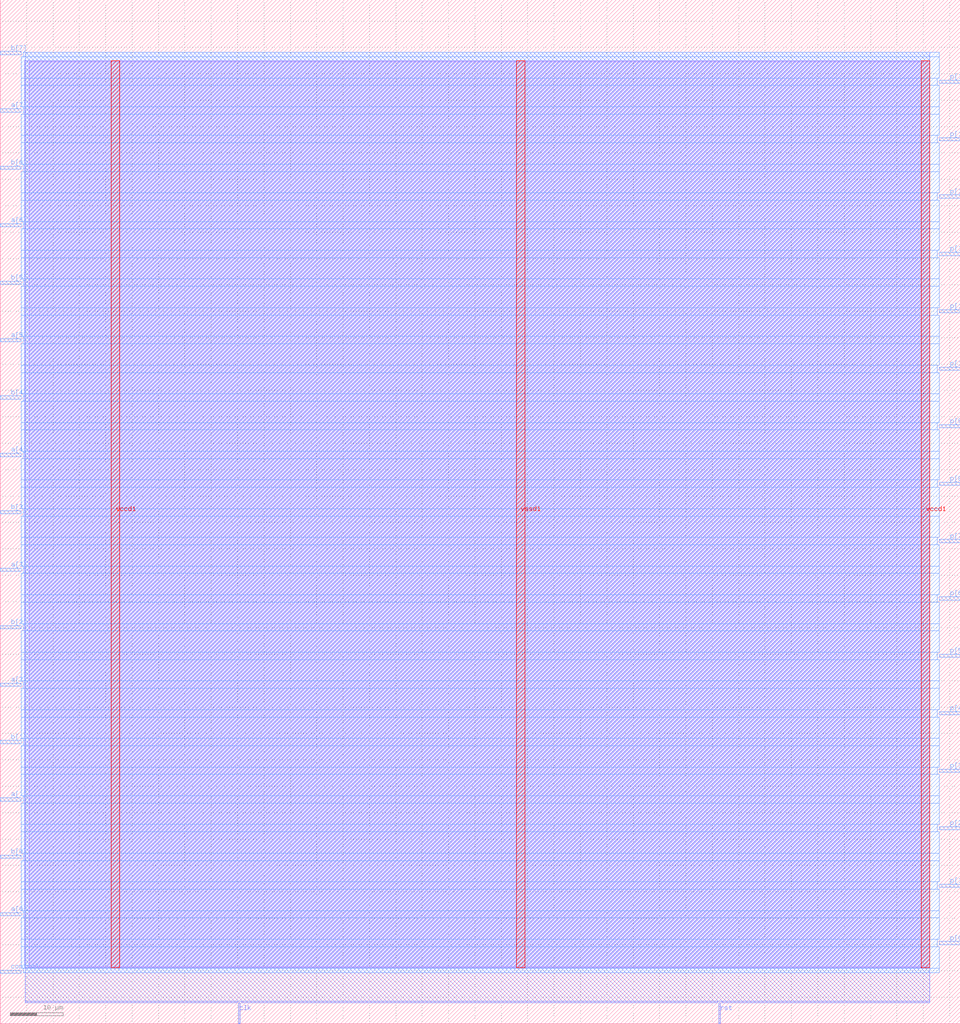
<source format=lef>
VERSION 5.7 ;
  NOWIREEXTENSIONATPIN ON ;
  DIVIDERCHAR "/" ;
  BUSBITCHARS "[]" ;
MACRO vmsu_8bit_top
  CLASS BLOCK ;
  FOREIGN vmsu_8bit_top ;
  ORIGIN 0.000 0.000 ;
  SIZE 182.000 BY 194.000 ;
  PIN a[0]
    DIRECTION INPUT ;
    USE SIGNAL ;
    ANTENNAGATEAREA 0.196500 ;
    PORT
      LAYER met3 ;
        RECT 0.000 20.440 4.000 21.040 ;
    END
  END a[0]
  PIN a[1]
    DIRECTION INPUT ;
    USE SIGNAL ;
    ANTENNAGATEAREA 0.196500 ;
    PORT
      LAYER met3 ;
        RECT 0.000 42.200 4.000 42.800 ;
    END
  END a[1]
  PIN a[2]
    DIRECTION INPUT ;
    USE SIGNAL ;
    ANTENNAGATEAREA 0.196500 ;
    PORT
      LAYER met3 ;
        RECT 0.000 63.960 4.000 64.560 ;
    END
  END a[2]
  PIN a[3]
    DIRECTION INPUT ;
    USE SIGNAL ;
    ANTENNAGATEAREA 0.196500 ;
    PORT
      LAYER met3 ;
        RECT 0.000 85.720 4.000 86.320 ;
    END
  END a[3]
  PIN a[4]
    DIRECTION INPUT ;
    USE SIGNAL ;
    ANTENNAGATEAREA 0.196500 ;
    PORT
      LAYER met3 ;
        RECT 0.000 107.480 4.000 108.080 ;
    END
  END a[4]
  PIN a[5]
    DIRECTION INPUT ;
    USE SIGNAL ;
    ANTENNAGATEAREA 0.196500 ;
    PORT
      LAYER met3 ;
        RECT 0.000 129.240 4.000 129.840 ;
    END
  END a[5]
  PIN a[6]
    DIRECTION INPUT ;
    USE SIGNAL ;
    ANTENNAGATEAREA 0.196500 ;
    PORT
      LAYER met3 ;
        RECT 0.000 151.000 4.000 151.600 ;
    END
  END a[6]
  PIN a[7]
    DIRECTION INPUT ;
    USE SIGNAL ;
    ANTENNAGATEAREA 0.196500 ;
    PORT
      LAYER met3 ;
        RECT 0.000 172.760 4.000 173.360 ;
    END
  END a[7]
  PIN b[0]
    DIRECTION INPUT ;
    USE SIGNAL ;
    ANTENNAGATEAREA 0.196500 ;
    PORT
      LAYER met3 ;
        RECT 0.000 31.320 4.000 31.920 ;
    END
  END b[0]
  PIN b[1]
    DIRECTION INPUT ;
    USE SIGNAL ;
    ANTENNAGATEAREA 0.196500 ;
    PORT
      LAYER met3 ;
        RECT 0.000 53.080 4.000 53.680 ;
    END
  END b[1]
  PIN b[2]
    DIRECTION INPUT ;
    USE SIGNAL ;
    ANTENNAGATEAREA 0.196500 ;
    PORT
      LAYER met3 ;
        RECT 0.000 74.840 4.000 75.440 ;
    END
  END b[2]
  PIN b[3]
    DIRECTION INPUT ;
    USE SIGNAL ;
    ANTENNAGATEAREA 0.196500 ;
    PORT
      LAYER met3 ;
        RECT 0.000 96.600 4.000 97.200 ;
    END
  END b[3]
  PIN b[4]
    DIRECTION INPUT ;
    USE SIGNAL ;
    ANTENNAGATEAREA 0.196500 ;
    PORT
      LAYER met3 ;
        RECT 0.000 118.360 4.000 118.960 ;
    END
  END b[4]
  PIN b[5]
    DIRECTION INPUT ;
    USE SIGNAL ;
    ANTENNAGATEAREA 0.196500 ;
    PORT
      LAYER met3 ;
        RECT 0.000 140.120 4.000 140.720 ;
    END
  END b[5]
  PIN b[6]
    DIRECTION INPUT ;
    USE SIGNAL ;
    ANTENNAGATEAREA 0.196500 ;
    PORT
      LAYER met3 ;
        RECT 0.000 161.880 4.000 162.480 ;
    END
  END b[6]
  PIN b[7]
    DIRECTION INPUT ;
    USE SIGNAL ;
    ANTENNAGATEAREA 0.196500 ;
    PORT
      LAYER met3 ;
        RECT 0.000 183.640 4.000 184.240 ;
    END
  END b[7]
  PIN clk
    DIRECTION INPUT ;
    USE SIGNAL ;
    ANTENNAGATEAREA 0.742500 ;
    PORT
      LAYER met2 ;
        RECT 45.170 0.000 45.450 4.000 ;
    END
  END clk
  PIN control
    DIRECTION INPUT ;
    USE SIGNAL ;
    ANTENNAGATEAREA 0.196500 ;
    PORT
      LAYER met3 ;
        RECT 0.000 9.560 4.000 10.160 ;
    END
  END control
  PIN p[0]
    DIRECTION OUTPUT TRISTATE ;
    USE SIGNAL ;
    ANTENNADIFFAREA 2.673000 ;
    PORT
      LAYER met3 ;
        RECT 178.000 15.000 182.000 15.600 ;
    END
  END p[0]
  PIN p[10]
    DIRECTION OUTPUT TRISTATE ;
    USE SIGNAL ;
    ANTENNADIFFAREA 2.673000 ;
    PORT
      LAYER met3 ;
        RECT 178.000 123.800 182.000 124.400 ;
    END
  END p[10]
  PIN p[11]
    DIRECTION OUTPUT TRISTATE ;
    USE SIGNAL ;
    ANTENNADIFFAREA 2.673000 ;
    PORT
      LAYER met3 ;
        RECT 178.000 134.680 182.000 135.280 ;
    END
  END p[11]
  PIN p[12]
    DIRECTION OUTPUT TRISTATE ;
    USE SIGNAL ;
    ANTENNADIFFAREA 2.673000 ;
    PORT
      LAYER met3 ;
        RECT 178.000 145.560 182.000 146.160 ;
    END
  END p[12]
  PIN p[13]
    DIRECTION OUTPUT TRISTATE ;
    USE SIGNAL ;
    ANTENNADIFFAREA 2.673000 ;
    PORT
      LAYER met3 ;
        RECT 178.000 156.440 182.000 157.040 ;
    END
  END p[13]
  PIN p[14]
    DIRECTION OUTPUT TRISTATE ;
    USE SIGNAL ;
    ANTENNADIFFAREA 2.673000 ;
    PORT
      LAYER met3 ;
        RECT 178.000 167.320 182.000 167.920 ;
    END
  END p[14]
  PIN p[15]
    DIRECTION OUTPUT TRISTATE ;
    USE SIGNAL ;
    ANTENNADIFFAREA 2.673000 ;
    PORT
      LAYER met3 ;
        RECT 178.000 178.200 182.000 178.800 ;
    END
  END p[15]
  PIN p[1]
    DIRECTION OUTPUT TRISTATE ;
    USE SIGNAL ;
    ANTENNADIFFAREA 2.673000 ;
    PORT
      LAYER met3 ;
        RECT 178.000 25.880 182.000 26.480 ;
    END
  END p[1]
  PIN p[2]
    DIRECTION OUTPUT TRISTATE ;
    USE SIGNAL ;
    ANTENNADIFFAREA 2.673000 ;
    PORT
      LAYER met3 ;
        RECT 178.000 36.760 182.000 37.360 ;
    END
  END p[2]
  PIN p[3]
    DIRECTION OUTPUT TRISTATE ;
    USE SIGNAL ;
    ANTENNADIFFAREA 2.673000 ;
    PORT
      LAYER met3 ;
        RECT 178.000 47.640 182.000 48.240 ;
    END
  END p[3]
  PIN p[4]
    DIRECTION OUTPUT TRISTATE ;
    USE SIGNAL ;
    ANTENNADIFFAREA 2.673000 ;
    PORT
      LAYER met3 ;
        RECT 178.000 58.520 182.000 59.120 ;
    END
  END p[4]
  PIN p[5]
    DIRECTION OUTPUT TRISTATE ;
    USE SIGNAL ;
    ANTENNADIFFAREA 2.673000 ;
    PORT
      LAYER met3 ;
        RECT 178.000 69.400 182.000 70.000 ;
    END
  END p[5]
  PIN p[6]
    DIRECTION OUTPUT TRISTATE ;
    USE SIGNAL ;
    ANTENNADIFFAREA 2.673000 ;
    PORT
      LAYER met3 ;
        RECT 178.000 80.280 182.000 80.880 ;
    END
  END p[6]
  PIN p[7]
    DIRECTION OUTPUT TRISTATE ;
    USE SIGNAL ;
    ANTENNADIFFAREA 2.673000 ;
    PORT
      LAYER met3 ;
        RECT 178.000 91.160 182.000 91.760 ;
    END
  END p[7]
  PIN p[8]
    DIRECTION OUTPUT TRISTATE ;
    USE SIGNAL ;
    ANTENNADIFFAREA 2.673000 ;
    PORT
      LAYER met3 ;
        RECT 178.000 102.040 182.000 102.640 ;
    END
  END p[8]
  PIN p[9]
    DIRECTION OUTPUT TRISTATE ;
    USE SIGNAL ;
    ANTENNADIFFAREA 2.673000 ;
    PORT
      LAYER met3 ;
        RECT 178.000 112.920 182.000 113.520 ;
    END
  END p[9]
  PIN rst
    DIRECTION INPUT ;
    USE SIGNAL ;
    ANTENNAGATEAREA 0.990000 ;
    PORT
      LAYER met2 ;
        RECT 136.250 0.000 136.530 4.000 ;
    END
  END rst
  PIN vccd1
    DIRECTION INOUT ;
    USE POWER ;
    PORT
      LAYER met4 ;
        RECT 21.040 10.640 22.640 182.480 ;
    END
    PORT
      LAYER met4 ;
        RECT 174.640 10.640 176.240 182.480 ;
    END
  END vccd1
  PIN vssd1
    DIRECTION INOUT ;
    USE GROUND ;
    PORT
      LAYER met4 ;
        RECT 97.840 10.640 99.440 182.480 ;
    END
  END vssd1
  OBS
      LAYER li1 ;
        RECT 5.520 10.795 176.180 182.325 ;
      LAYER met1 ;
        RECT 4.670 10.640 176.240 182.480 ;
      LAYER met2 ;
        RECT 4.690 4.280 176.210 184.125 ;
        RECT 4.690 4.000 44.890 4.280 ;
        RECT 45.730 4.000 135.970 4.280 ;
        RECT 136.810 4.000 176.210 4.280 ;
      LAYER met3 ;
        RECT 4.400 183.240 178.000 184.105 ;
        RECT 3.990 179.200 178.000 183.240 ;
        RECT 3.990 177.800 177.600 179.200 ;
        RECT 3.990 173.760 178.000 177.800 ;
        RECT 4.400 172.360 178.000 173.760 ;
        RECT 3.990 168.320 178.000 172.360 ;
        RECT 3.990 166.920 177.600 168.320 ;
        RECT 3.990 162.880 178.000 166.920 ;
        RECT 4.400 161.480 178.000 162.880 ;
        RECT 3.990 157.440 178.000 161.480 ;
        RECT 3.990 156.040 177.600 157.440 ;
        RECT 3.990 152.000 178.000 156.040 ;
        RECT 4.400 150.600 178.000 152.000 ;
        RECT 3.990 146.560 178.000 150.600 ;
        RECT 3.990 145.160 177.600 146.560 ;
        RECT 3.990 141.120 178.000 145.160 ;
        RECT 4.400 139.720 178.000 141.120 ;
        RECT 3.990 135.680 178.000 139.720 ;
        RECT 3.990 134.280 177.600 135.680 ;
        RECT 3.990 130.240 178.000 134.280 ;
        RECT 4.400 128.840 178.000 130.240 ;
        RECT 3.990 124.800 178.000 128.840 ;
        RECT 3.990 123.400 177.600 124.800 ;
        RECT 3.990 119.360 178.000 123.400 ;
        RECT 4.400 117.960 178.000 119.360 ;
        RECT 3.990 113.920 178.000 117.960 ;
        RECT 3.990 112.520 177.600 113.920 ;
        RECT 3.990 108.480 178.000 112.520 ;
        RECT 4.400 107.080 178.000 108.480 ;
        RECT 3.990 103.040 178.000 107.080 ;
        RECT 3.990 101.640 177.600 103.040 ;
        RECT 3.990 97.600 178.000 101.640 ;
        RECT 4.400 96.200 178.000 97.600 ;
        RECT 3.990 92.160 178.000 96.200 ;
        RECT 3.990 90.760 177.600 92.160 ;
        RECT 3.990 86.720 178.000 90.760 ;
        RECT 4.400 85.320 178.000 86.720 ;
        RECT 3.990 81.280 178.000 85.320 ;
        RECT 3.990 79.880 177.600 81.280 ;
        RECT 3.990 75.840 178.000 79.880 ;
        RECT 4.400 74.440 178.000 75.840 ;
        RECT 3.990 70.400 178.000 74.440 ;
        RECT 3.990 69.000 177.600 70.400 ;
        RECT 3.990 64.960 178.000 69.000 ;
        RECT 4.400 63.560 178.000 64.960 ;
        RECT 3.990 59.520 178.000 63.560 ;
        RECT 3.990 58.120 177.600 59.520 ;
        RECT 3.990 54.080 178.000 58.120 ;
        RECT 4.400 52.680 178.000 54.080 ;
        RECT 3.990 48.640 178.000 52.680 ;
        RECT 3.990 47.240 177.600 48.640 ;
        RECT 3.990 43.200 178.000 47.240 ;
        RECT 4.400 41.800 178.000 43.200 ;
        RECT 3.990 37.760 178.000 41.800 ;
        RECT 3.990 36.360 177.600 37.760 ;
        RECT 3.990 32.320 178.000 36.360 ;
        RECT 4.400 30.920 178.000 32.320 ;
        RECT 3.990 26.880 178.000 30.920 ;
        RECT 3.990 25.480 177.600 26.880 ;
        RECT 3.990 21.440 178.000 25.480 ;
        RECT 4.400 20.040 178.000 21.440 ;
        RECT 3.990 16.000 178.000 20.040 ;
        RECT 3.990 14.600 177.600 16.000 ;
        RECT 3.990 10.560 178.000 14.600 ;
        RECT 4.400 9.695 178.000 10.560 ;
  END
END vmsu_8bit_top
END LIBRARY


</source>
